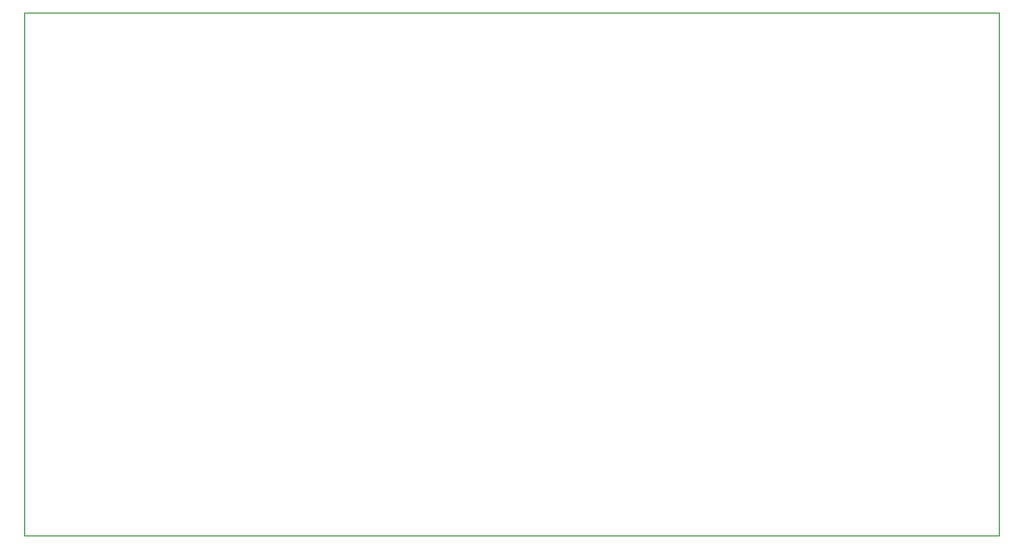
<source format=gbr>
%TF.GenerationSoftware,KiCad,Pcbnew,(5.1.2-1)-1*%
%TF.CreationDate,2020-04-26T16:50:05-07:00*%
%TF.ProjectId,Power Project,506f7765-7220-4507-926f-6a6563742e6b,rev?*%
%TF.SameCoordinates,Original*%
%TF.FileFunction,Paste,Bot*%
%TF.FilePolarity,Positive*%
%FSLAX46Y46*%
G04 Gerber Fmt 4.6, Leading zero omitted, Abs format (unit mm)*
G04 Created by KiCad (PCBNEW (5.1.2-1)-1) date 2020-04-26 16:50:05*
%MOMM*%
%LPD*%
G04 APERTURE LIST*
%ADD10C,0.050000*%
G04 APERTURE END LIST*
D10*
X86360000Y-100330000D02*
X86360000Y-101600000D01*
X171450000Y-100330000D02*
X86360000Y-100330000D01*
X171450000Y-146050000D02*
X171450000Y-100330000D01*
X86360000Y-146050000D02*
X171450000Y-146050000D01*
X86360000Y-144780000D02*
X86360000Y-146050000D01*
X86360000Y-143510000D02*
X86360000Y-144780000D01*
X86360000Y-101600000D02*
X86360000Y-143510000D01*
M02*

</source>
